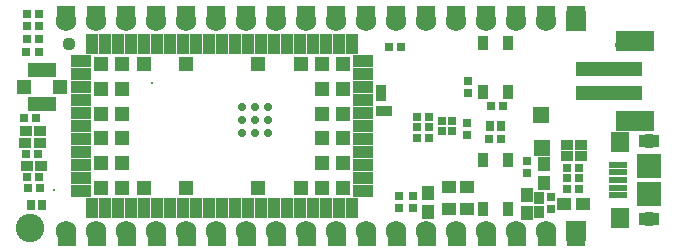
<source format=gts>
G04 Layer_Color=8388736*
%FSLAX25Y25*%
%MOIN*%
G70*
G01*
G75*
%ADD43R,0.06400X0.04900*%
%ADD44R,0.06200X0.04900*%
%ADD59C,0.02800*%
%ADD60C,0.04400*%
%ADD129R,0.06115X0.02375*%
%ADD130R,0.06312X0.07099*%
%ADD131R,0.08280X0.08280*%
%ADD132R,0.07099X0.04343*%
%ADD133R,0.04934X0.04737*%
%ADD134R,0.09461X0.04934*%
%ADD135R,0.05800X0.03300*%
%ADD136R,0.03359X0.04934*%
%ADD137R,0.05524X0.05524*%
%ADD138R,0.03950X0.06706*%
%ADD139R,0.06706X0.03950*%
%ADD140R,0.05131X0.05131*%
%ADD141R,0.04147X0.03359*%
%ADD142R,0.02572X0.02572*%
%ADD143R,0.03162X0.03556*%
%ADD144R,0.03162X0.03556*%
%ADD145R,0.22453X0.04737*%
%ADD146R,0.12611X0.07099*%
%ADD147R,0.03359X0.04147*%
%ADD148R,0.02828X0.03162*%
%ADD149R,0.03162X0.02828*%
%ADD150R,0.04400X0.04500*%
%ADD151R,0.04500X0.04400*%
%ADD152R,0.03300X0.05800*%
%ADD153O,0.07099X0.04343*%
%ADD154C,0.00800*%
%ADD155C,0.06800*%
%ADD156R,0.06800X0.06800*%
%ADD157C,0.02768*%
%ADD158C,0.09480*%
D43*
X177900Y77550D02*
D03*
X187900D02*
D03*
X137900D02*
D03*
X147900D02*
D03*
X157900D02*
D03*
X167900D02*
D03*
X107900D02*
D03*
X117900D02*
D03*
X127900D02*
D03*
X57900D02*
D03*
X67900D02*
D03*
X77900D02*
D03*
X17900D02*
D03*
X27900D02*
D03*
X37900D02*
D03*
X47900D02*
D03*
X28100Y2450D02*
D03*
X18100D02*
D03*
X68100D02*
D03*
X58100D02*
D03*
X108100D02*
D03*
X98100D02*
D03*
X88100D02*
D03*
X78100D02*
D03*
X148100D02*
D03*
X138100D02*
D03*
X128100D02*
D03*
X118100D02*
D03*
X158100D02*
D03*
X168100D02*
D03*
X178100D02*
D03*
X97900Y77550D02*
D03*
X87900D02*
D03*
X38100Y2450D02*
D03*
X48100D02*
D03*
D44*
X188000D02*
D03*
D59*
X202298Y66834D02*
D03*
X206629D02*
D03*
D60*
X18900Y67362D02*
D03*
D129*
X201768Y16882D02*
D03*
Y24559D02*
D03*
Y27118D02*
D03*
Y19441D02*
D03*
Y22000D02*
D03*
D130*
X202654Y9402D02*
D03*
Y34598D02*
D03*
D131*
X212300Y17276D02*
D03*
Y26724D02*
D03*
D132*
Y9008D02*
D03*
Y34992D02*
D03*
D133*
X16004Y53000D02*
D03*
X3996D02*
D03*
D134*
X10000Y47193D02*
D03*
Y58807D02*
D03*
D135*
X124000Y45000D02*
D03*
D136*
X156768Y67669D02*
D03*
X165232D02*
D03*
Y51331D02*
D03*
X156768D02*
D03*
Y28669D02*
D03*
X165232D02*
D03*
Y12331D02*
D03*
X156768D02*
D03*
D137*
X176390Y32655D02*
D03*
X176350Y43615D02*
D03*
D138*
X26640Y12638D02*
D03*
X39632D02*
D03*
X43963D02*
D03*
X30971D02*
D03*
X35302D02*
D03*
X48294D02*
D03*
X56955D02*
D03*
X52624D02*
D03*
X26640Y67362D02*
D03*
X30971D02*
D03*
X43963D02*
D03*
X35302D02*
D03*
X39632D02*
D03*
X48294D02*
D03*
X56955D02*
D03*
X52624D02*
D03*
X61286D02*
D03*
X69947Y12638D02*
D03*
X61286D02*
D03*
X65617D02*
D03*
X74278D02*
D03*
X78609D02*
D03*
X82939D02*
D03*
X91601D02*
D03*
X87270D02*
D03*
X95932D02*
D03*
X100262D02*
D03*
X104593D02*
D03*
X108924D02*
D03*
X113254D02*
D03*
X65617Y67362D02*
D03*
X74278D02*
D03*
X69947D02*
D03*
X78609D02*
D03*
X82939D02*
D03*
X91601D02*
D03*
X87270D02*
D03*
X100262D02*
D03*
X95932D02*
D03*
X104593D02*
D03*
X108924D02*
D03*
X113254D02*
D03*
D139*
X22900Y18347D02*
D03*
Y31339D02*
D03*
Y22677D02*
D03*
Y27008D02*
D03*
Y40000D02*
D03*
Y35669D02*
D03*
Y44331D02*
D03*
Y48662D02*
D03*
Y57323D02*
D03*
Y52992D02*
D03*
Y61654D02*
D03*
X116995Y18347D02*
D03*
Y22677D02*
D03*
Y27008D02*
D03*
Y31339D02*
D03*
Y35669D02*
D03*
Y40000D02*
D03*
Y44331D02*
D03*
Y48662D02*
D03*
Y52992D02*
D03*
Y57323D02*
D03*
Y61654D02*
D03*
D140*
X29593Y19331D02*
D03*
Y27599D02*
D03*
Y35866D02*
D03*
X36680Y19331D02*
D03*
Y27599D02*
D03*
X57939Y19331D02*
D03*
X43766D02*
D03*
X29593Y44134D02*
D03*
Y52402D02*
D03*
Y60669D02*
D03*
X36680Y44134D02*
D03*
Y35866D02*
D03*
Y60669D02*
D03*
Y52402D02*
D03*
X57939Y60669D02*
D03*
X43766D02*
D03*
X81955Y19331D02*
D03*
X96128D02*
D03*
X103215D02*
D03*
X110302D02*
D03*
Y27599D02*
D03*
X103215D02*
D03*
X110302Y35866D02*
D03*
X103215D02*
D03*
X81955Y60669D02*
D03*
X96128D02*
D03*
X103215Y52402D02*
D03*
Y60669D02*
D03*
Y44134D02*
D03*
X110302D02*
D03*
Y52402D02*
D03*
Y60669D02*
D03*
D141*
X184838Y30000D02*
D03*
X189562D02*
D03*
X9162Y38400D02*
D03*
X4438D02*
D03*
X9524Y26800D02*
D03*
X4800D02*
D03*
X9062Y34400D02*
D03*
X4338D02*
D03*
X184838Y33500D02*
D03*
X189562D02*
D03*
D142*
X146673Y41673D02*
D03*
Y38327D02*
D03*
X143327D02*
D03*
Y41673D02*
D03*
D143*
X6130Y13500D02*
D03*
X162870Y40000D02*
D03*
D144*
X9870Y13500D02*
D03*
X159130Y40000D02*
D03*
D145*
X198799Y51063D02*
D03*
Y58937D02*
D03*
D146*
X207658Y68386D02*
D03*
Y41614D02*
D03*
D147*
X175700Y15962D02*
D03*
Y11238D02*
D03*
D148*
X129415Y66221D02*
D03*
X125380D02*
D03*
X4882Y73200D02*
D03*
X8918D02*
D03*
X159482Y46500D02*
D03*
X163518D02*
D03*
X8818Y69000D02*
D03*
X4782D02*
D03*
X8818Y77400D02*
D03*
X4782D02*
D03*
X8518Y30500D02*
D03*
X4482D02*
D03*
X8818Y23000D02*
D03*
X4782D02*
D03*
X8018Y42500D02*
D03*
X3982D02*
D03*
X8718Y64800D02*
D03*
X4682D02*
D03*
X158982Y35500D02*
D03*
X163018D02*
D03*
X5082Y19300D02*
D03*
X9118D02*
D03*
X189018Y26000D02*
D03*
X184982D02*
D03*
X189018Y19000D02*
D03*
X184982D02*
D03*
X189018Y22500D02*
D03*
X184982D02*
D03*
X134982Y36000D02*
D03*
X139018D02*
D03*
X134982Y39500D02*
D03*
X139018D02*
D03*
X134982Y43000D02*
D03*
X139018D02*
D03*
D149*
X128800Y16718D02*
D03*
Y12682D02*
D03*
X179400Y16218D02*
D03*
Y12182D02*
D03*
X133600Y12782D02*
D03*
Y16818D02*
D03*
X171400Y28218D02*
D03*
Y24182D02*
D03*
X151500Y41018D02*
D03*
Y36982D02*
D03*
X152000Y50982D02*
D03*
Y55018D02*
D03*
D150*
X171500Y11050D02*
D03*
Y17150D02*
D03*
X177300Y21150D02*
D03*
Y27250D02*
D03*
X138600Y11450D02*
D03*
Y17550D02*
D03*
D151*
X145450Y12200D02*
D03*
X151550D02*
D03*
X183950Y14100D02*
D03*
X190050D02*
D03*
X151550Y19700D02*
D03*
X145450D02*
D03*
D152*
X123000Y51000D02*
D03*
D153*
X212300Y9008D02*
D03*
Y34992D02*
D03*
D154*
X46677Y54233D02*
D03*
X14000Y18800D02*
D03*
D155*
X18000Y5000D02*
D03*
X28000D02*
D03*
X38000D02*
D03*
X48000D02*
D03*
X58000D02*
D03*
X68000D02*
D03*
X78000D02*
D03*
X88000D02*
D03*
X98000D02*
D03*
X108000D02*
D03*
X118000D02*
D03*
X128000D02*
D03*
X178000D02*
D03*
X168000D02*
D03*
X158000D02*
D03*
X148000D02*
D03*
X138000D02*
D03*
X18000Y75000D02*
D03*
X28000D02*
D03*
X38000D02*
D03*
X48000D02*
D03*
X58000D02*
D03*
X68000D02*
D03*
X78000D02*
D03*
X88000D02*
D03*
X98000D02*
D03*
X108000D02*
D03*
X118000D02*
D03*
X128000D02*
D03*
X178000D02*
D03*
X168000D02*
D03*
X158000D02*
D03*
X148000D02*
D03*
X138000D02*
D03*
D156*
X188000Y5000D02*
D03*
Y75000D02*
D03*
D157*
X76669Y37669D02*
D03*
X81000D02*
D03*
X85331D02*
D03*
X76669Y42000D02*
D03*
X81000D02*
D03*
X85331D02*
D03*
X76669Y46331D02*
D03*
X81000D02*
D03*
X85331D02*
D03*
D158*
X6000Y6000D02*
D03*
M02*

</source>
